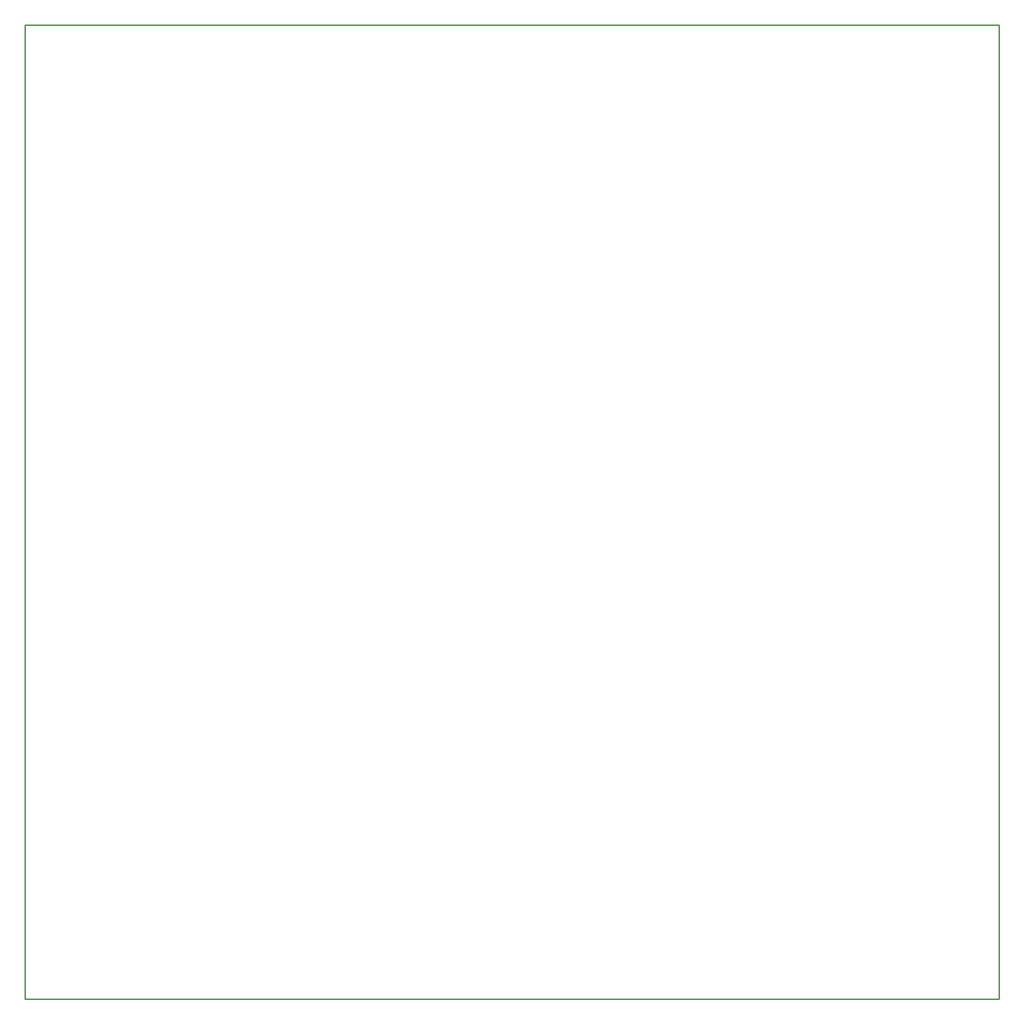
<source format=gbp>
G04*
G04 #@! TF.GenerationSoftware,Altium Limited,Altium Designer,20.0.13 (296)*
G04*
G04 Layer_Color=128*
%FSLAX44Y44*%
%MOMM*%
G71*
G01*
G75*
%ADD12C,0.2540*%
D12*
X0Y0D02*
X1750000D01*
X1750000Y1750000D02*
X1750000Y0D01*
X0D02*
Y1750000D01*
X1750000Y1750000D01*
M02*

</source>
